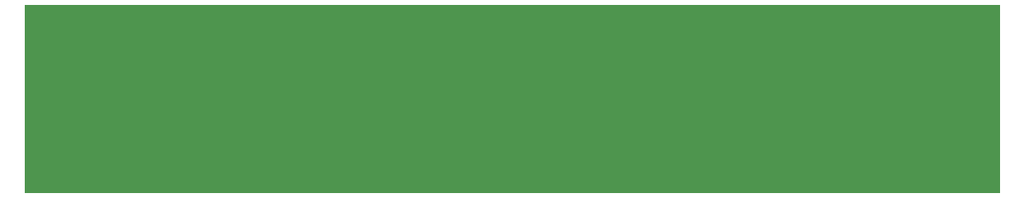
<source format=gbr>
G04 DipTrace 4.3.0.5*
G04 Board.gbr*
%MOMM*%
G04 #@! TF.FileFunction,Drawing,Board polygon*
G04 #@! TF.Part,Single*
%FSLAX35Y35*%
G04*
G71*
G90*
G75*
G01*
G04 BoardPoly*
%LPD*%
G36*
X5000000Y1777087D2*
Y-158750D1*
X-5000000D1*
Y1777100D1*
X5000000Y1777087D1*
G37*
M02*

</source>
